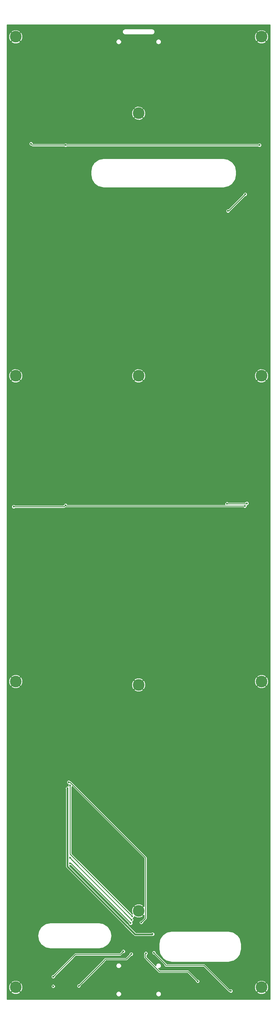
<source format=gbr>
G04 #@! TF.FileFunction,Copper,L2,Bot,Signal*
%FSLAX46Y46*%
G04 Gerber Fmt 4.6, Leading zero omitted, Abs format (unit mm)*
G04 Created by KiCad (PCBNEW 4.0.7-e2-6376~58~ubuntu16.04.1) date Thu Mar 22 00:19:50 2018*
%MOMM*%
%LPD*%
G01*
G04 APERTURE LIST*
%ADD10C,0.100000*%
%ADD11C,3.500000*%
%ADD12C,0.600000*%
%ADD13C,0.250000*%
%ADD14C,0.500000*%
%ADD15C,0.254000*%
G04 APERTURE END LIST*
D10*
D11*
X197000000Y-328000000D03*
X197000000Y-236000000D03*
X197000000Y-144000000D03*
X197000000Y-42000000D03*
X160000000Y-305000000D03*
X160000000Y-237000000D03*
X160000000Y-144000000D03*
X160000000Y-65000000D03*
X123000000Y-328000000D03*
X123000000Y-236000000D03*
X123000000Y-144000000D03*
X123000000Y-42000000D03*
D12*
X156400000Y-308400000D03*
X165800000Y-47600000D03*
X154600000Y-47600000D03*
X157200000Y-51200000D03*
X160000000Y-51400000D03*
X162800000Y-51200000D03*
X162600000Y-310800000D03*
X163000000Y-317400000D03*
X160000000Y-314800000D03*
X154868645Y-318875000D03*
X160000000Y-313000000D03*
X160000000Y-310600000D03*
X165000000Y-314800000D03*
X164800000Y-319800000D03*
X155000000Y-314600000D03*
X157000000Y-317400000D03*
X192200000Y-326200000D03*
X128400000Y-326200000D03*
X198250000Y-79250000D03*
X194250000Y-65250000D03*
X125600000Y-79400000D03*
X194600000Y-178400000D03*
X121200000Y-178600000D03*
X183500000Y-330600000D03*
X139100000Y-326500000D03*
X125400000Y-65000000D03*
X123400000Y-194400000D03*
X196600000Y-194400000D03*
X136839998Y-330750000D03*
X185700000Y-326400000D03*
X198800000Y-180800000D03*
X125600000Y-181200000D03*
X121200000Y-76400000D03*
X194050000Y-76850000D03*
X192600000Y-182400000D03*
X186600000Y-182500000D03*
X162200000Y-317800000D03*
X177800000Y-326200000D03*
X186900000Y-94400000D03*
X192100000Y-89400000D03*
X139399990Y-290700000D03*
X157600000Y-308700000D03*
X157895926Y-307704074D03*
X139385550Y-289031396D03*
X164200000Y-312000000D03*
X164600000Y-317600000D03*
X155400000Y-317200000D03*
X156300000Y-309400000D03*
X138600000Y-268100000D03*
X134300000Y-324800000D03*
X187800000Y-329100000D03*
X192000000Y-183200000D03*
X127600000Y-74200000D03*
X138000000Y-74600000D03*
X196400000Y-74600000D03*
X138000000Y-183000000D03*
X122400000Y-183400000D03*
X134300000Y-327700000D03*
X157800000Y-318000000D03*
X142000000Y-327600000D03*
X158100000Y-306600000D03*
X139399990Y-267300000D03*
X160800000Y-308500000D03*
X138949980Y-266300000D03*
D13*
X186600000Y-182500000D02*
X192500000Y-182500000D01*
X192500000Y-182500000D02*
X192600000Y-182400000D01*
X162000000Y-319000000D02*
X162000000Y-318000000D01*
X162000000Y-318000000D02*
X162200000Y-317800000D01*
X166300000Y-323300000D02*
X162000000Y-319000000D01*
X174900000Y-323300000D02*
X166300000Y-323300000D01*
X177800000Y-326200000D02*
X174900000Y-323300000D01*
X192100000Y-89400000D02*
X187100000Y-94400000D01*
X187100000Y-94400000D02*
X186900000Y-94400000D01*
X157600000Y-308700000D02*
X139600000Y-290700000D01*
X139600000Y-290700000D02*
X139399990Y-290700000D01*
X139685549Y-289485549D02*
X157895926Y-307695926D01*
X157895926Y-307695926D02*
X157895926Y-307704074D01*
X139385550Y-289031396D02*
X139685549Y-289331395D01*
X139685549Y-289331395D02*
X139685549Y-289485549D01*
D14*
X159000000Y-312100000D02*
X164100000Y-312100000D01*
X164100000Y-312100000D02*
X164200000Y-312000000D01*
D13*
X168100000Y-321400000D02*
X168100000Y-321100000D01*
X168100000Y-321100000D02*
X164600000Y-317600000D01*
X150200000Y-318100000D02*
X152800000Y-318100000D01*
X152800000Y-318100000D02*
X152900000Y-318100000D01*
X155400000Y-317200000D02*
X154500000Y-318100000D01*
X154500000Y-318100000D02*
X152800000Y-318100000D01*
D14*
X156300000Y-309400000D02*
X159000000Y-312100000D01*
X138600000Y-268100000D02*
X138600000Y-291700000D01*
X138600000Y-291700000D02*
X156300000Y-309400000D01*
D13*
X150200000Y-318100000D02*
X141000000Y-318100000D01*
X141000000Y-318100000D02*
X134300000Y-324800000D01*
X179675736Y-321400000D02*
X168100000Y-321400000D01*
X187800000Y-329100000D02*
X187375736Y-329100000D01*
X187375736Y-329100000D02*
X179675736Y-321400000D01*
X192000000Y-183200000D02*
X138200000Y-183200000D01*
X138200000Y-183200000D02*
X138000000Y-183000000D01*
X127600000Y-74200000D02*
X128000000Y-74600000D01*
X128000000Y-74600000D02*
X138000000Y-74600000D01*
X196400000Y-74600000D02*
X138000000Y-74600000D01*
X122400000Y-183400000D02*
X137600000Y-183400000D01*
X137600000Y-183400000D02*
X138000000Y-183000000D01*
X155100000Y-319500000D02*
X156300000Y-319500000D01*
X156300000Y-319500000D02*
X157800000Y-318000000D01*
X142000000Y-327600000D02*
X149700000Y-319900000D01*
X149700000Y-319900000D02*
X149700000Y-319800000D01*
X149700000Y-319800000D02*
X150000000Y-319500000D01*
X150000000Y-319500000D02*
X155100000Y-319500000D01*
X139399990Y-267300000D02*
X139399990Y-287899990D01*
X139399990Y-287899990D02*
X158100000Y-306600000D01*
X138949980Y-266300000D02*
X139374244Y-266300000D01*
X139374244Y-266300000D02*
X162075001Y-289000757D01*
X162075001Y-289000757D02*
X162075001Y-307224999D01*
X162075001Y-307224999D02*
X160800000Y-308500000D01*
D15*
G36*
X199598000Y-331598000D02*
X120402000Y-331598000D01*
X120402000Y-330163779D01*
X153172857Y-330163779D01*
X153298495Y-330467846D01*
X153530930Y-330700688D01*
X153834778Y-330826856D01*
X154163779Y-330827143D01*
X154467846Y-330701505D01*
X154700688Y-330469070D01*
X154826856Y-330165222D01*
X154826857Y-330163779D01*
X165172857Y-330163779D01*
X165298495Y-330467846D01*
X165530930Y-330700688D01*
X165834778Y-330826856D01*
X166163779Y-330827143D01*
X166467846Y-330701505D01*
X166700688Y-330469070D01*
X166826856Y-330165222D01*
X166827143Y-329836221D01*
X166701505Y-329532154D01*
X166469070Y-329299312D01*
X166165222Y-329173144D01*
X165836221Y-329172857D01*
X165532154Y-329298495D01*
X165299312Y-329530930D01*
X165173144Y-329834778D01*
X165172857Y-330163779D01*
X154826857Y-330163779D01*
X154827143Y-329836221D01*
X154701505Y-329532154D01*
X154469070Y-329299312D01*
X154165222Y-329173144D01*
X153836221Y-329172857D01*
X153532154Y-329298495D01*
X153299312Y-329530930D01*
X153173144Y-329834778D01*
X153172857Y-330163779D01*
X120402000Y-330163779D01*
X120402000Y-329455799D01*
X121576728Y-329455799D01*
X121773933Y-329726666D01*
X122528029Y-330064427D01*
X123353978Y-330087897D01*
X124126036Y-329793504D01*
X124226067Y-329726666D01*
X124423272Y-329455799D01*
X123000000Y-328032527D01*
X121576728Y-329455799D01*
X120402000Y-329455799D01*
X120402000Y-328353978D01*
X120912103Y-328353978D01*
X121206496Y-329126036D01*
X121273334Y-329226067D01*
X121544201Y-329423272D01*
X122967473Y-328000000D01*
X123032527Y-328000000D01*
X124455799Y-329423272D01*
X124726666Y-329226067D01*
X125064427Y-328471971D01*
X125082834Y-327824171D01*
X133672891Y-327824171D01*
X133768145Y-328054703D01*
X133944369Y-328231235D01*
X134174735Y-328326891D01*
X134424171Y-328327109D01*
X134654703Y-328231855D01*
X134831235Y-328055631D01*
X134926891Y-327825265D01*
X134926979Y-327724171D01*
X141372891Y-327724171D01*
X141468145Y-327954703D01*
X141644369Y-328131235D01*
X141874735Y-328226891D01*
X142124171Y-328227109D01*
X142354703Y-328131855D01*
X142531235Y-327955631D01*
X142626891Y-327725265D01*
X142626990Y-327612234D01*
X148575445Y-321663779D01*
X153172857Y-321663779D01*
X153298495Y-321967846D01*
X153530930Y-322200688D01*
X153834778Y-322326856D01*
X154163779Y-322327143D01*
X154467846Y-322201505D01*
X154700688Y-321969070D01*
X154826856Y-321665222D01*
X154827143Y-321336221D01*
X154701505Y-321032154D01*
X154469070Y-320799312D01*
X154165222Y-320673144D01*
X153836221Y-320672857D01*
X153532154Y-320798495D01*
X153299312Y-321030930D01*
X153173144Y-321334778D01*
X153172857Y-321663779D01*
X148575445Y-321663779D01*
X150019612Y-320219613D01*
X150117594Y-320072973D01*
X150130342Y-320008882D01*
X150187224Y-319952000D01*
X156300000Y-319952000D01*
X156472973Y-319917594D01*
X156619612Y-319819612D01*
X157812214Y-318627011D01*
X157924171Y-318627109D01*
X158154703Y-318531855D01*
X158331235Y-318355631D01*
X158426891Y-318125265D01*
X158427000Y-318000000D01*
X161548000Y-318000000D01*
X161548000Y-319000000D01*
X161582406Y-319172973D01*
X161680388Y-319319612D01*
X165980388Y-323619612D01*
X166127027Y-323717594D01*
X166300000Y-323752000D01*
X174712776Y-323752000D01*
X177172989Y-326212213D01*
X177172891Y-326324171D01*
X177268145Y-326554703D01*
X177444369Y-326731235D01*
X177674735Y-326826891D01*
X177924171Y-326827109D01*
X178154703Y-326731855D01*
X178331235Y-326555631D01*
X178426891Y-326325265D01*
X178427109Y-326075829D01*
X178331855Y-325845297D01*
X178155631Y-325668765D01*
X177925265Y-325573109D01*
X177812234Y-325573010D01*
X175219612Y-322980388D01*
X175072973Y-322882406D01*
X174900000Y-322848000D01*
X166487224Y-322848000D01*
X165966195Y-322326971D01*
X166163779Y-322327143D01*
X166467846Y-322201505D01*
X166700688Y-321969070D01*
X166826856Y-321665222D01*
X166827143Y-321336221D01*
X166701505Y-321032154D01*
X166469070Y-320799312D01*
X166165222Y-320673144D01*
X165836221Y-320672857D01*
X165532154Y-320798495D01*
X165299312Y-321030930D01*
X165173144Y-321334778D01*
X165172970Y-321533746D01*
X162452000Y-318812776D01*
X162452000Y-318374291D01*
X162554703Y-318331855D01*
X162731235Y-318155631D01*
X162826891Y-317925265D01*
X162827066Y-317724171D01*
X163972891Y-317724171D01*
X164068145Y-317954703D01*
X164244369Y-318131235D01*
X164474735Y-318226891D01*
X164587766Y-318226990D01*
X167648000Y-321287225D01*
X167648000Y-321400000D01*
X167682406Y-321572973D01*
X167780388Y-321719612D01*
X167927027Y-321817594D01*
X168100000Y-321852000D01*
X179488512Y-321852000D01*
X187056123Y-329419612D01*
X187110281Y-329455799D01*
X187202763Y-329517594D01*
X187362680Y-329549403D01*
X187444369Y-329631235D01*
X187674735Y-329726891D01*
X187924171Y-329727109D01*
X188154703Y-329631855D01*
X188331066Y-329455799D01*
X195576728Y-329455799D01*
X195773933Y-329726666D01*
X196528029Y-330064427D01*
X197353978Y-330087897D01*
X198126036Y-329793504D01*
X198226067Y-329726666D01*
X198423272Y-329455799D01*
X197000000Y-328032527D01*
X195576728Y-329455799D01*
X188331066Y-329455799D01*
X188331235Y-329455631D01*
X188426891Y-329225265D01*
X188427109Y-328975829D01*
X188331855Y-328745297D01*
X188155631Y-328568765D01*
X187925265Y-328473109D01*
X187675829Y-328472891D01*
X187472051Y-328557090D01*
X187268939Y-328353978D01*
X194912103Y-328353978D01*
X195206496Y-329126036D01*
X195273334Y-329226067D01*
X195544201Y-329423272D01*
X196967473Y-328000000D01*
X197032527Y-328000000D01*
X198455799Y-329423272D01*
X198726666Y-329226067D01*
X199064427Y-328471971D01*
X199087897Y-327646022D01*
X198793504Y-326873964D01*
X198726666Y-326773933D01*
X198455799Y-326576728D01*
X197032527Y-328000000D01*
X196967473Y-328000000D01*
X195544201Y-326576728D01*
X195273334Y-326773933D01*
X194935573Y-327528029D01*
X194912103Y-328353978D01*
X187268939Y-328353978D01*
X185459162Y-326544201D01*
X195576728Y-326544201D01*
X197000000Y-327967473D01*
X198423272Y-326544201D01*
X198226067Y-326273334D01*
X197471971Y-325935573D01*
X196646022Y-325912103D01*
X195873964Y-326206496D01*
X195773933Y-326273334D01*
X195576728Y-326544201D01*
X185459162Y-326544201D01*
X179995348Y-321080388D01*
X179848709Y-320982406D01*
X179675736Y-320948000D01*
X168521766Y-320948000D01*
X168517594Y-320927027D01*
X168431711Y-320798495D01*
X168419612Y-320780387D01*
X165227011Y-317587787D01*
X165227109Y-317475829D01*
X165131855Y-317245297D01*
X164955631Y-317068765D01*
X164725265Y-316973109D01*
X164475829Y-316972891D01*
X164245297Y-317068145D01*
X164068765Y-317244369D01*
X163973109Y-317474735D01*
X163972891Y-317724171D01*
X162827066Y-317724171D01*
X162827109Y-317675829D01*
X162731855Y-317445297D01*
X162555631Y-317268765D01*
X162325265Y-317173109D01*
X162075829Y-317172891D01*
X161845297Y-317268145D01*
X161668765Y-317444369D01*
X161573109Y-317674735D01*
X161572934Y-317874645D01*
X161548000Y-318000000D01*
X158427000Y-318000000D01*
X158427109Y-317875829D01*
X158331855Y-317645297D01*
X158155631Y-317468765D01*
X157925265Y-317373109D01*
X157675829Y-317372891D01*
X157445297Y-317468145D01*
X157268765Y-317644369D01*
X157173109Y-317874735D01*
X157173010Y-317987765D01*
X156112776Y-319048000D01*
X150000000Y-319048000D01*
X149827027Y-319082406D01*
X149680388Y-319180388D01*
X149380388Y-319480388D01*
X149282406Y-319627027D01*
X149269658Y-319691117D01*
X141987787Y-326972989D01*
X141875829Y-326972891D01*
X141645297Y-327068145D01*
X141468765Y-327244369D01*
X141373109Y-327474735D01*
X141372891Y-327724171D01*
X134926979Y-327724171D01*
X134927109Y-327575829D01*
X134831855Y-327345297D01*
X134655631Y-327168765D01*
X134425265Y-327073109D01*
X134175829Y-327072891D01*
X133945297Y-327168145D01*
X133768765Y-327344369D01*
X133673109Y-327574735D01*
X133672891Y-327824171D01*
X125082834Y-327824171D01*
X125087897Y-327646022D01*
X124793504Y-326873964D01*
X124726666Y-326773933D01*
X124455799Y-326576728D01*
X123032527Y-328000000D01*
X122967473Y-328000000D01*
X121544201Y-326576728D01*
X121273334Y-326773933D01*
X120935573Y-327528029D01*
X120912103Y-328353978D01*
X120402000Y-328353978D01*
X120402000Y-326544201D01*
X121576728Y-326544201D01*
X123000000Y-327967473D01*
X124423272Y-326544201D01*
X124226067Y-326273334D01*
X123471971Y-325935573D01*
X122646022Y-325912103D01*
X121873964Y-326206496D01*
X121773933Y-326273334D01*
X121576728Y-326544201D01*
X120402000Y-326544201D01*
X120402000Y-324924171D01*
X133672891Y-324924171D01*
X133768145Y-325154703D01*
X133944369Y-325331235D01*
X134174735Y-325426891D01*
X134424171Y-325427109D01*
X134654703Y-325331855D01*
X134831235Y-325155631D01*
X134926891Y-324925265D01*
X134926990Y-324812234D01*
X141187224Y-318552000D01*
X154500000Y-318552000D01*
X154672973Y-318517594D01*
X154819612Y-318419612D01*
X155412213Y-317827011D01*
X155524171Y-317827109D01*
X155754703Y-317731855D01*
X155931235Y-317555631D01*
X156026891Y-317325265D01*
X156027109Y-317075829D01*
X155931855Y-316845297D01*
X155755631Y-316668765D01*
X155525265Y-316573109D01*
X155275829Y-316572891D01*
X155045297Y-316668145D01*
X154868765Y-316844369D01*
X154773109Y-317074735D01*
X154773010Y-317187766D01*
X154312776Y-317648000D01*
X141000000Y-317648000D01*
X140827027Y-317682406D01*
X140680388Y-317780388D01*
X134287787Y-324172989D01*
X134175829Y-324172891D01*
X133945297Y-324268145D01*
X133768765Y-324444369D01*
X133673109Y-324674735D01*
X133672891Y-324924171D01*
X120402000Y-324924171D01*
X120402000Y-312420146D01*
X129605724Y-312420146D01*
X129605724Y-312576998D01*
X129872146Y-313916390D01*
X129932171Y-314061303D01*
X130690874Y-315196783D01*
X130690875Y-315196786D01*
X130746331Y-315252241D01*
X130801786Y-315307697D01*
X130801789Y-315307698D01*
X131937266Y-316066399D01*
X131937268Y-316066401D01*
X132082182Y-316126426D01*
X133421573Y-316392848D01*
X133453989Y-316392848D01*
X133500000Y-316402000D01*
X148000000Y-316402000D01*
X148038832Y-316394276D01*
X148078426Y-316394276D01*
X149417818Y-316127854D01*
X149562731Y-316067829D01*
X150698211Y-315309126D01*
X150698214Y-315309125D01*
X150753669Y-315253669D01*
X150809125Y-315198214D01*
X150809126Y-315198211D01*
X150941566Y-315000000D01*
X166098000Y-315000000D01*
X166098000Y-316500000D01*
X166105724Y-316538832D01*
X166105724Y-316578426D01*
X166372146Y-317917818D01*
X166432171Y-318062731D01*
X167190874Y-319198211D01*
X167190875Y-319198214D01*
X167246331Y-319253669D01*
X167301786Y-319309125D01*
X167301789Y-319309126D01*
X168437266Y-320067827D01*
X168437268Y-320067829D01*
X168582182Y-320127854D01*
X169921573Y-320394276D01*
X169961168Y-320394276D01*
X170000000Y-320402000D01*
X187000000Y-320402000D01*
X187038832Y-320394276D01*
X187078426Y-320394276D01*
X188417818Y-320127854D01*
X188562731Y-320067829D01*
X189698211Y-319309126D01*
X189698214Y-319309125D01*
X189753669Y-319253669D01*
X189809125Y-319198214D01*
X189809126Y-319198211D01*
X190567827Y-318062734D01*
X190567829Y-318062732D01*
X190627854Y-317917818D01*
X190894276Y-316578427D01*
X190894276Y-316538832D01*
X190902000Y-316500000D01*
X190902000Y-315000000D01*
X190894276Y-314961168D01*
X190894276Y-314921573D01*
X190627854Y-313582182D01*
X190567829Y-313437268D01*
X190567827Y-313437266D01*
X189809125Y-312301787D01*
X189809125Y-312301786D01*
X189753669Y-312246331D01*
X189698214Y-312190875D01*
X189698211Y-312190874D01*
X188562731Y-311432171D01*
X188417818Y-311372146D01*
X187078426Y-311105724D01*
X187038832Y-311105724D01*
X187000000Y-311098000D01*
X170000000Y-311098000D01*
X169961168Y-311105724D01*
X169921573Y-311105724D01*
X168582182Y-311372146D01*
X168437268Y-311432171D01*
X168437266Y-311432173D01*
X167301789Y-312190874D01*
X167301786Y-312190875D01*
X167246331Y-312246331D01*
X167190875Y-312301786D01*
X167190875Y-312301787D01*
X166432172Y-313437268D01*
X166432171Y-313437269D01*
X166372146Y-313582182D01*
X166105724Y-314921574D01*
X166105724Y-314961168D01*
X166098000Y-315000000D01*
X150941566Y-315000000D01*
X151567827Y-314062734D01*
X151567829Y-314062732D01*
X151627854Y-313917818D01*
X151894276Y-312578427D01*
X151894276Y-312421573D01*
X151627854Y-311082182D01*
X151567829Y-310937268D01*
X151567827Y-310937266D01*
X150809125Y-309801787D01*
X150809125Y-309801786D01*
X150753669Y-309746331D01*
X150698214Y-309690875D01*
X150698211Y-309690874D01*
X149562731Y-308932171D01*
X149417818Y-308872146D01*
X148078426Y-308605724D01*
X148038832Y-308605724D01*
X148000000Y-308598000D01*
X133500000Y-308598000D01*
X133468347Y-308604296D01*
X133421573Y-308604296D01*
X132082182Y-308870718D01*
X131937268Y-308930743D01*
X131937266Y-308930745D01*
X130801789Y-309689446D01*
X130801786Y-309689447D01*
X130746331Y-309744903D01*
X130690875Y-309800358D01*
X130690875Y-309800359D01*
X129932171Y-310935841D01*
X129872146Y-311080754D01*
X129605724Y-312420146D01*
X120402000Y-312420146D01*
X120402000Y-268224171D01*
X137972891Y-268224171D01*
X138023000Y-268345444D01*
X138023000Y-291699995D01*
X138022999Y-291700000D01*
X138066922Y-291920808D01*
X138191999Y-292108001D01*
X155718464Y-309634466D01*
X155768145Y-309754703D01*
X155944369Y-309931235D01*
X156065553Y-309981555D01*
X158591997Y-312507998D01*
X158591999Y-312508001D01*
X158735003Y-312603552D01*
X158779192Y-312633078D01*
X159000000Y-312677001D01*
X159000005Y-312677000D01*
X164099995Y-312677000D01*
X164100000Y-312677001D01*
X164320808Y-312633078D01*
X164338768Y-312621078D01*
X164554703Y-312531855D01*
X164731235Y-312355631D01*
X164826891Y-312125265D01*
X164827109Y-311875829D01*
X164731855Y-311645297D01*
X164555631Y-311468765D01*
X164325265Y-311373109D01*
X164075829Y-311372891D01*
X163845297Y-311468145D01*
X163790346Y-311523000D01*
X159239001Y-311523000D01*
X156881536Y-309165534D01*
X156831855Y-309045297D01*
X156655631Y-308868765D01*
X156534447Y-308818445D01*
X139177000Y-291460998D01*
X139177000Y-291286312D01*
X139274725Y-291326891D01*
X139524161Y-291327109D01*
X139569253Y-291308477D01*
X156972989Y-308712213D01*
X156972891Y-308824171D01*
X157068145Y-309054703D01*
X157244369Y-309231235D01*
X157474735Y-309326891D01*
X157724171Y-309327109D01*
X157954703Y-309231855D01*
X158131235Y-309055631D01*
X158226891Y-308825265D01*
X158227109Y-308575829D01*
X158131855Y-308345297D01*
X158089244Y-308302612D01*
X158250629Y-308235929D01*
X158427161Y-308059705D01*
X158522817Y-307829339D01*
X158523035Y-307579903D01*
X158427781Y-307349371D01*
X158281915Y-307203250D01*
X158454703Y-307131855D01*
X158631235Y-306955631D01*
X158726891Y-306725265D01*
X158726946Y-306662128D01*
X158773933Y-306726666D01*
X159528029Y-307064427D01*
X160353978Y-307087897D01*
X161126036Y-306793504D01*
X161226067Y-306726666D01*
X161423272Y-306455799D01*
X160000000Y-305032527D01*
X159985858Y-305046669D01*
X159953331Y-305014142D01*
X159967473Y-305000000D01*
X158544201Y-303576728D01*
X158273334Y-303773933D01*
X157935573Y-304528029D01*
X157912103Y-305353978D01*
X158148158Y-305973042D01*
X158112234Y-305973010D01*
X155683425Y-303544201D01*
X158576728Y-303544201D01*
X160000000Y-304967473D01*
X161423272Y-303544201D01*
X161226067Y-303273334D01*
X160471971Y-302935573D01*
X159646022Y-302912103D01*
X158873964Y-303206496D01*
X158773933Y-303273334D01*
X158576728Y-303544201D01*
X155683425Y-303544201D01*
X139851990Y-287712766D01*
X139851990Y-267734728D01*
X139931225Y-267655631D01*
X139978001Y-267542981D01*
X161623001Y-289187982D01*
X161623001Y-303698460D01*
X161455799Y-303576728D01*
X160032527Y-305000000D01*
X161455799Y-306423272D01*
X161623001Y-306301540D01*
X161623001Y-307037775D01*
X160787787Y-307872989D01*
X160675829Y-307872891D01*
X160445297Y-307968145D01*
X160268765Y-308144369D01*
X160173109Y-308374735D01*
X160172891Y-308624171D01*
X160268145Y-308854703D01*
X160444369Y-309031235D01*
X160674735Y-309126891D01*
X160924171Y-309127109D01*
X161154703Y-309031855D01*
X161331235Y-308855631D01*
X161426891Y-308625265D01*
X161426990Y-308512234D01*
X162394613Y-307544611D01*
X162492595Y-307397972D01*
X162527001Y-307224999D01*
X162527001Y-289000757D01*
X162492595Y-288827784D01*
X162415086Y-288711784D01*
X162394613Y-288681144D01*
X139693856Y-265980388D01*
X139547217Y-265882406D01*
X139387300Y-265850597D01*
X139305611Y-265768765D01*
X139075245Y-265673109D01*
X138825809Y-265672891D01*
X138595277Y-265768145D01*
X138418745Y-265944369D01*
X138323089Y-266174735D01*
X138322871Y-266424171D01*
X138418125Y-266654703D01*
X138594349Y-266831235D01*
X138824715Y-266926891D01*
X138886210Y-266926945D01*
X138868755Y-266944369D01*
X138773099Y-267174735D01*
X138772881Y-267424171D01*
X138807151Y-267507111D01*
X138725265Y-267473109D01*
X138475829Y-267472891D01*
X138245297Y-267568145D01*
X138068765Y-267744369D01*
X137973109Y-267974735D01*
X137972891Y-268224171D01*
X120402000Y-268224171D01*
X120402000Y-238455799D01*
X158576728Y-238455799D01*
X158773933Y-238726666D01*
X159528029Y-239064427D01*
X160353978Y-239087897D01*
X161126036Y-238793504D01*
X161226067Y-238726666D01*
X161423272Y-238455799D01*
X160000000Y-237032527D01*
X158576728Y-238455799D01*
X120402000Y-238455799D01*
X120402000Y-237455799D01*
X121576728Y-237455799D01*
X121773933Y-237726666D01*
X122528029Y-238064427D01*
X123353978Y-238087897D01*
X124126036Y-237793504D01*
X124226067Y-237726666D01*
X124423272Y-237455799D01*
X123000000Y-236032527D01*
X121576728Y-237455799D01*
X120402000Y-237455799D01*
X120402000Y-236353978D01*
X120912103Y-236353978D01*
X121206496Y-237126036D01*
X121273334Y-237226067D01*
X121544201Y-237423272D01*
X122967473Y-236000000D01*
X123032527Y-236000000D01*
X124455799Y-237423272D01*
X124550976Y-237353978D01*
X157912103Y-237353978D01*
X158206496Y-238126036D01*
X158273334Y-238226067D01*
X158544201Y-238423272D01*
X159967473Y-237000000D01*
X160032527Y-237000000D01*
X161455799Y-238423272D01*
X161726666Y-238226067D01*
X162064427Y-237471971D01*
X162064886Y-237455799D01*
X195576728Y-237455799D01*
X195773933Y-237726666D01*
X196528029Y-238064427D01*
X197353978Y-238087897D01*
X198126036Y-237793504D01*
X198226067Y-237726666D01*
X198423272Y-237455799D01*
X197000000Y-236032527D01*
X195576728Y-237455799D01*
X162064886Y-237455799D01*
X162087897Y-236646022D01*
X161976538Y-236353978D01*
X194912103Y-236353978D01*
X195206496Y-237126036D01*
X195273334Y-237226067D01*
X195544201Y-237423272D01*
X196967473Y-236000000D01*
X197032527Y-236000000D01*
X198455799Y-237423272D01*
X198726666Y-237226067D01*
X199064427Y-236471971D01*
X199087897Y-235646022D01*
X198793504Y-234873964D01*
X198726666Y-234773933D01*
X198455799Y-234576728D01*
X197032527Y-236000000D01*
X196967473Y-236000000D01*
X195544201Y-234576728D01*
X195273334Y-234773933D01*
X194935573Y-235528029D01*
X194912103Y-236353978D01*
X161976538Y-236353978D01*
X161793504Y-235873964D01*
X161726666Y-235773933D01*
X161455799Y-235576728D01*
X160032527Y-237000000D01*
X159967473Y-237000000D01*
X158544201Y-235576728D01*
X158273334Y-235773933D01*
X157935573Y-236528029D01*
X157912103Y-237353978D01*
X124550976Y-237353978D01*
X124726666Y-237226067D01*
X125064427Y-236471971D01*
X125087897Y-235646022D01*
X125049072Y-235544201D01*
X158576728Y-235544201D01*
X160000000Y-236967473D01*
X161423272Y-235544201D01*
X161226067Y-235273334D01*
X160471971Y-234935573D01*
X159646022Y-234912103D01*
X158873964Y-235206496D01*
X158773933Y-235273334D01*
X158576728Y-235544201D01*
X125049072Y-235544201D01*
X124793504Y-234873964D01*
X124726666Y-234773933D01*
X124455799Y-234576728D01*
X123032527Y-236000000D01*
X122967473Y-236000000D01*
X121544201Y-234576728D01*
X121273334Y-234773933D01*
X120935573Y-235528029D01*
X120912103Y-236353978D01*
X120402000Y-236353978D01*
X120402000Y-234544201D01*
X121576728Y-234544201D01*
X123000000Y-235967473D01*
X124423272Y-234544201D01*
X195576728Y-234544201D01*
X197000000Y-235967473D01*
X198423272Y-234544201D01*
X198226067Y-234273334D01*
X197471971Y-233935573D01*
X196646022Y-233912103D01*
X195873964Y-234206496D01*
X195773933Y-234273334D01*
X195576728Y-234544201D01*
X124423272Y-234544201D01*
X124226067Y-234273334D01*
X123471971Y-233935573D01*
X122646022Y-233912103D01*
X121873964Y-234206496D01*
X121773933Y-234273334D01*
X121576728Y-234544201D01*
X120402000Y-234544201D01*
X120402000Y-183524171D01*
X121772891Y-183524171D01*
X121868145Y-183754703D01*
X122044369Y-183931235D01*
X122274735Y-184026891D01*
X122524171Y-184027109D01*
X122754703Y-183931855D01*
X122834698Y-183852000D01*
X137600000Y-183852000D01*
X137772973Y-183817594D01*
X137919612Y-183719612D01*
X138012213Y-183627011D01*
X138074645Y-183627066D01*
X138200000Y-183652000D01*
X191565272Y-183652000D01*
X191644369Y-183731235D01*
X191874735Y-183826891D01*
X192124171Y-183827109D01*
X192354703Y-183731855D01*
X192531235Y-183555631D01*
X192626891Y-183325265D01*
X192627109Y-183075829D01*
X192606936Y-183027007D01*
X192724171Y-183027109D01*
X192954703Y-182931855D01*
X193131235Y-182755631D01*
X193226891Y-182525265D01*
X193227109Y-182275829D01*
X193131855Y-182045297D01*
X192955631Y-181868765D01*
X192725265Y-181773109D01*
X192475829Y-181772891D01*
X192245297Y-181868145D01*
X192068765Y-182044369D01*
X192067257Y-182048000D01*
X187034728Y-182048000D01*
X186955631Y-181968765D01*
X186725265Y-181873109D01*
X186475829Y-181872891D01*
X186245297Y-181968145D01*
X186068765Y-182144369D01*
X185973109Y-182374735D01*
X185972891Y-182624171D01*
X186024056Y-182748000D01*
X138574291Y-182748000D01*
X138531855Y-182645297D01*
X138355631Y-182468765D01*
X138125265Y-182373109D01*
X137875829Y-182372891D01*
X137645297Y-182468145D01*
X137468765Y-182644369D01*
X137373109Y-182874735D01*
X137373045Y-182948000D01*
X122834728Y-182948000D01*
X122755631Y-182868765D01*
X122525265Y-182773109D01*
X122275829Y-182772891D01*
X122045297Y-182868145D01*
X121868765Y-183044369D01*
X121773109Y-183274735D01*
X121772891Y-183524171D01*
X120402000Y-183524171D01*
X120402000Y-145455799D01*
X121576728Y-145455799D01*
X121773933Y-145726666D01*
X122528029Y-146064427D01*
X123353978Y-146087897D01*
X124126036Y-145793504D01*
X124226067Y-145726666D01*
X124423272Y-145455799D01*
X158576728Y-145455799D01*
X158773933Y-145726666D01*
X159528029Y-146064427D01*
X160353978Y-146087897D01*
X161126036Y-145793504D01*
X161226067Y-145726666D01*
X161423272Y-145455799D01*
X195576728Y-145455799D01*
X195773933Y-145726666D01*
X196528029Y-146064427D01*
X197353978Y-146087897D01*
X198126036Y-145793504D01*
X198226067Y-145726666D01*
X198423272Y-145455799D01*
X197000000Y-144032527D01*
X195576728Y-145455799D01*
X161423272Y-145455799D01*
X160000000Y-144032527D01*
X158576728Y-145455799D01*
X124423272Y-145455799D01*
X123000000Y-144032527D01*
X121576728Y-145455799D01*
X120402000Y-145455799D01*
X120402000Y-144353978D01*
X120912103Y-144353978D01*
X121206496Y-145126036D01*
X121273334Y-145226067D01*
X121544201Y-145423272D01*
X122967473Y-144000000D01*
X123032527Y-144000000D01*
X124455799Y-145423272D01*
X124726666Y-145226067D01*
X125064427Y-144471971D01*
X125067779Y-144353978D01*
X157912103Y-144353978D01*
X158206496Y-145126036D01*
X158273334Y-145226067D01*
X158544201Y-145423272D01*
X159967473Y-144000000D01*
X160032527Y-144000000D01*
X161455799Y-145423272D01*
X161726666Y-145226067D01*
X162064427Y-144471971D01*
X162067779Y-144353978D01*
X194912103Y-144353978D01*
X195206496Y-145126036D01*
X195273334Y-145226067D01*
X195544201Y-145423272D01*
X196967473Y-144000000D01*
X197032527Y-144000000D01*
X198455799Y-145423272D01*
X198726666Y-145226067D01*
X199064427Y-144471971D01*
X199087897Y-143646022D01*
X198793504Y-142873964D01*
X198726666Y-142773933D01*
X198455799Y-142576728D01*
X197032527Y-144000000D01*
X196967473Y-144000000D01*
X195544201Y-142576728D01*
X195273334Y-142773933D01*
X194935573Y-143528029D01*
X194912103Y-144353978D01*
X162067779Y-144353978D01*
X162087897Y-143646022D01*
X161793504Y-142873964D01*
X161726666Y-142773933D01*
X161455799Y-142576728D01*
X160032527Y-144000000D01*
X159967473Y-144000000D01*
X158544201Y-142576728D01*
X158273334Y-142773933D01*
X157935573Y-143528029D01*
X157912103Y-144353978D01*
X125067779Y-144353978D01*
X125087897Y-143646022D01*
X124793504Y-142873964D01*
X124726666Y-142773933D01*
X124455799Y-142576728D01*
X123032527Y-144000000D01*
X122967473Y-144000000D01*
X121544201Y-142576728D01*
X121273334Y-142773933D01*
X120935573Y-143528029D01*
X120912103Y-144353978D01*
X120402000Y-144353978D01*
X120402000Y-142544201D01*
X121576728Y-142544201D01*
X123000000Y-143967473D01*
X124423272Y-142544201D01*
X158576728Y-142544201D01*
X160000000Y-143967473D01*
X161423272Y-142544201D01*
X195576728Y-142544201D01*
X197000000Y-143967473D01*
X198423272Y-142544201D01*
X198226067Y-142273334D01*
X197471971Y-141935573D01*
X196646022Y-141912103D01*
X195873964Y-142206496D01*
X195773933Y-142273334D01*
X195576728Y-142544201D01*
X161423272Y-142544201D01*
X161226067Y-142273334D01*
X160471971Y-141935573D01*
X159646022Y-141912103D01*
X158873964Y-142206496D01*
X158773933Y-142273334D01*
X158576728Y-142544201D01*
X124423272Y-142544201D01*
X124226067Y-142273334D01*
X123471971Y-141935573D01*
X122646022Y-141912103D01*
X121873964Y-142206496D01*
X121773933Y-142273334D01*
X121576728Y-142544201D01*
X120402000Y-142544201D01*
X120402000Y-94524171D01*
X186272891Y-94524171D01*
X186368145Y-94754703D01*
X186544369Y-94931235D01*
X186774735Y-95026891D01*
X187024171Y-95027109D01*
X187254703Y-94931855D01*
X187431235Y-94755631D01*
X187465065Y-94674159D01*
X192112213Y-90027011D01*
X192224171Y-90027109D01*
X192454703Y-89931855D01*
X192631235Y-89755631D01*
X192726891Y-89525265D01*
X192727109Y-89275829D01*
X192631855Y-89045297D01*
X192455631Y-88868765D01*
X192225265Y-88773109D01*
X191975829Y-88772891D01*
X191745297Y-88868145D01*
X191568765Y-89044369D01*
X191473109Y-89274735D01*
X191473010Y-89387766D01*
X187069358Y-93791418D01*
X187025265Y-93773109D01*
X186775829Y-93772891D01*
X186545297Y-93868145D01*
X186368765Y-94044369D01*
X186273109Y-94274735D01*
X186272891Y-94524171D01*
X120402000Y-94524171D01*
X120402000Y-82500000D01*
X145598000Y-82500000D01*
X145598000Y-83500000D01*
X145605724Y-83538832D01*
X145605724Y-83578426D01*
X145872146Y-84917818D01*
X145932171Y-85062731D01*
X146690874Y-86198211D01*
X146690875Y-86198214D01*
X146746331Y-86253669D01*
X146801786Y-86309125D01*
X146801789Y-86309126D01*
X147937266Y-87067827D01*
X147937268Y-87067829D01*
X148082182Y-87127854D01*
X149421573Y-87394276D01*
X149461168Y-87394276D01*
X149500000Y-87402000D01*
X185500000Y-87402000D01*
X185538832Y-87394276D01*
X185578426Y-87394276D01*
X186917818Y-87127854D01*
X187062731Y-87067829D01*
X188198211Y-86309126D01*
X188198214Y-86309125D01*
X188253669Y-86253669D01*
X188309125Y-86198214D01*
X188309126Y-86198211D01*
X189067827Y-85062734D01*
X189067829Y-85062732D01*
X189127854Y-84917818D01*
X189394276Y-83578427D01*
X189394276Y-83538832D01*
X189402000Y-83500000D01*
X189402000Y-82500000D01*
X189394276Y-82461168D01*
X189394276Y-82421573D01*
X189127854Y-81082182D01*
X189067829Y-80937268D01*
X189067827Y-80937266D01*
X188309125Y-79801787D01*
X188309125Y-79801786D01*
X188253669Y-79746331D01*
X188198214Y-79690875D01*
X188198211Y-79690874D01*
X187062731Y-78932171D01*
X186917818Y-78872146D01*
X185578426Y-78605724D01*
X185538832Y-78605724D01*
X185500000Y-78598000D01*
X149500000Y-78598000D01*
X149461168Y-78605724D01*
X149421573Y-78605724D01*
X148082182Y-78872146D01*
X147937268Y-78932171D01*
X147937266Y-78932173D01*
X146801789Y-79690874D01*
X146801786Y-79690875D01*
X146746331Y-79746331D01*
X146690875Y-79801786D01*
X146690875Y-79801787D01*
X145932172Y-80937268D01*
X145932171Y-80937269D01*
X145872146Y-81082182D01*
X145605724Y-82421574D01*
X145605724Y-82461168D01*
X145598000Y-82500000D01*
X120402000Y-82500000D01*
X120402000Y-74324171D01*
X126972891Y-74324171D01*
X127068145Y-74554703D01*
X127244369Y-74731235D01*
X127474735Y-74826891D01*
X127587765Y-74826990D01*
X127680387Y-74919612D01*
X127827027Y-75017594D01*
X128000000Y-75052000D01*
X137565272Y-75052000D01*
X137644369Y-75131235D01*
X137874735Y-75226891D01*
X138124171Y-75227109D01*
X138354703Y-75131855D01*
X138434698Y-75052000D01*
X195965272Y-75052000D01*
X196044369Y-75131235D01*
X196274735Y-75226891D01*
X196524171Y-75227109D01*
X196754703Y-75131855D01*
X196931235Y-74955631D01*
X197026891Y-74725265D01*
X197027109Y-74475829D01*
X196931855Y-74245297D01*
X196755631Y-74068765D01*
X196525265Y-73973109D01*
X196275829Y-73972891D01*
X196045297Y-74068145D01*
X195965302Y-74148000D01*
X138434728Y-74148000D01*
X138355631Y-74068765D01*
X138125265Y-73973109D01*
X137875829Y-73972891D01*
X137645297Y-74068145D01*
X137565302Y-74148000D01*
X128227046Y-74148000D01*
X128227109Y-74075829D01*
X128131855Y-73845297D01*
X127955631Y-73668765D01*
X127725265Y-73573109D01*
X127475829Y-73572891D01*
X127245297Y-73668145D01*
X127068765Y-73844369D01*
X126973109Y-74074735D01*
X126972891Y-74324171D01*
X120402000Y-74324171D01*
X120402000Y-66455799D01*
X158576728Y-66455799D01*
X158773933Y-66726666D01*
X159528029Y-67064427D01*
X160353978Y-67087897D01*
X161126036Y-66793504D01*
X161226067Y-66726666D01*
X161423272Y-66455799D01*
X160000000Y-65032527D01*
X158576728Y-66455799D01*
X120402000Y-66455799D01*
X120402000Y-65353978D01*
X157912103Y-65353978D01*
X158206496Y-66126036D01*
X158273334Y-66226067D01*
X158544201Y-66423272D01*
X159967473Y-65000000D01*
X160032527Y-65000000D01*
X161455799Y-66423272D01*
X161726666Y-66226067D01*
X162064427Y-65471971D01*
X162087897Y-64646022D01*
X161793504Y-63873964D01*
X161726666Y-63773933D01*
X161455799Y-63576728D01*
X160032527Y-65000000D01*
X159967473Y-65000000D01*
X158544201Y-63576728D01*
X158273334Y-63773933D01*
X157935573Y-64528029D01*
X157912103Y-65353978D01*
X120402000Y-65353978D01*
X120402000Y-63544201D01*
X158576728Y-63544201D01*
X160000000Y-64967473D01*
X161423272Y-63544201D01*
X161226067Y-63273334D01*
X160471971Y-62935573D01*
X159646022Y-62912103D01*
X158873964Y-63206496D01*
X158773933Y-63273334D01*
X158576728Y-63544201D01*
X120402000Y-63544201D01*
X120402000Y-43455799D01*
X121576728Y-43455799D01*
X121773933Y-43726666D01*
X122528029Y-44064427D01*
X123353978Y-44087897D01*
X124126036Y-43793504D01*
X124226067Y-43726666D01*
X124271851Y-43663779D01*
X153172857Y-43663779D01*
X153298495Y-43967846D01*
X153530930Y-44200688D01*
X153834778Y-44326856D01*
X154163779Y-44327143D01*
X154467846Y-44201505D01*
X154700688Y-43969070D01*
X154826856Y-43665222D01*
X154826857Y-43663779D01*
X165172857Y-43663779D01*
X165298495Y-43967846D01*
X165530930Y-44200688D01*
X165834778Y-44326856D01*
X166163779Y-44327143D01*
X166467846Y-44201505D01*
X166700688Y-43969070D01*
X166826856Y-43665222D01*
X166827038Y-43455799D01*
X195576728Y-43455799D01*
X195773933Y-43726666D01*
X196528029Y-44064427D01*
X197353978Y-44087897D01*
X198126036Y-43793504D01*
X198226067Y-43726666D01*
X198423272Y-43455799D01*
X197000000Y-42032527D01*
X195576728Y-43455799D01*
X166827038Y-43455799D01*
X166827143Y-43336221D01*
X166701505Y-43032154D01*
X166469070Y-42799312D01*
X166165222Y-42673144D01*
X165836221Y-42672857D01*
X165532154Y-42798495D01*
X165299312Y-43030930D01*
X165173144Y-43334778D01*
X165172857Y-43663779D01*
X154826857Y-43663779D01*
X154827143Y-43336221D01*
X154701505Y-43032154D01*
X154469070Y-42799312D01*
X154165222Y-42673144D01*
X153836221Y-42672857D01*
X153532154Y-42798495D01*
X153299312Y-43030930D01*
X153173144Y-43334778D01*
X153172857Y-43663779D01*
X124271851Y-43663779D01*
X124423272Y-43455799D01*
X123000000Y-42032527D01*
X121576728Y-43455799D01*
X120402000Y-43455799D01*
X120402000Y-42353978D01*
X120912103Y-42353978D01*
X121206496Y-43126036D01*
X121273334Y-43226067D01*
X121544201Y-43423272D01*
X122967473Y-42000000D01*
X123032527Y-42000000D01*
X124455799Y-43423272D01*
X124726666Y-43226067D01*
X125064427Y-42471971D01*
X125067779Y-42353978D01*
X194912103Y-42353978D01*
X195206496Y-43126036D01*
X195273334Y-43226067D01*
X195544201Y-43423272D01*
X196967473Y-42000000D01*
X197032527Y-42000000D01*
X198455799Y-43423272D01*
X198726666Y-43226067D01*
X199064427Y-42471971D01*
X199087897Y-41646022D01*
X198793504Y-40873964D01*
X198726666Y-40773933D01*
X198455799Y-40576728D01*
X197032527Y-42000000D01*
X196967473Y-42000000D01*
X195544201Y-40576728D01*
X195273334Y-40773933D01*
X194935573Y-41528029D01*
X194912103Y-42353978D01*
X125067779Y-42353978D01*
X125087897Y-41646022D01*
X124793504Y-40873964D01*
X124726666Y-40773933D01*
X124455799Y-40576728D01*
X123032527Y-42000000D01*
X122967473Y-42000000D01*
X121544201Y-40576728D01*
X121273334Y-40773933D01*
X120935573Y-41528029D01*
X120912103Y-42353978D01*
X120402000Y-42353978D01*
X120402000Y-40544201D01*
X121576728Y-40544201D01*
X123000000Y-41967473D01*
X124423272Y-40544201D01*
X124333992Y-40421572D01*
X155105724Y-40421572D01*
X155105724Y-40578426D01*
X155143784Y-40769768D01*
X155143784Y-40769770D01*
X155170494Y-40834252D01*
X155203809Y-40914682D01*
X155203810Y-40914683D01*
X155312197Y-41076894D01*
X155367652Y-41132348D01*
X155423106Y-41187803D01*
X155585317Y-41296190D01*
X155585319Y-41296191D01*
X155610180Y-41306489D01*
X155730230Y-41356216D01*
X155730232Y-41356216D01*
X155921575Y-41394276D01*
X155961168Y-41394276D01*
X156000000Y-41402000D01*
X164000000Y-41402000D01*
X164038832Y-41394276D01*
X164078426Y-41394276D01*
X164269768Y-41356216D01*
X164269770Y-41356216D01*
X164354658Y-41321054D01*
X164414682Y-41296191D01*
X164414683Y-41296190D01*
X164576894Y-41187803D01*
X164632348Y-41132348D01*
X164687803Y-41076894D01*
X164796190Y-40914683D01*
X164856216Y-40769770D01*
X164856216Y-40769768D01*
X164894276Y-40578425D01*
X164894276Y-40544201D01*
X195576728Y-40544201D01*
X197000000Y-41967473D01*
X198423272Y-40544201D01*
X198226067Y-40273334D01*
X197471971Y-39935573D01*
X196646022Y-39912103D01*
X195873964Y-40206496D01*
X195773933Y-40273334D01*
X195576728Y-40544201D01*
X164894276Y-40544201D01*
X164894276Y-40421573D01*
X164894275Y-40421571D01*
X164856216Y-40230232D01*
X164856216Y-40230230D01*
X164796190Y-40085317D01*
X164687803Y-39923106D01*
X164632348Y-39867652D01*
X164576894Y-39812197D01*
X164414683Y-39703810D01*
X164414682Y-39703809D01*
X164322797Y-39665749D01*
X164269770Y-39643784D01*
X164269768Y-39643784D01*
X164078426Y-39605724D01*
X164038832Y-39605724D01*
X164000000Y-39598000D01*
X156000000Y-39598000D01*
X155961168Y-39605724D01*
X155921575Y-39605724D01*
X155730232Y-39643784D01*
X155730230Y-39643784D01*
X155610180Y-39693511D01*
X155585322Y-39703808D01*
X155585317Y-39703810D01*
X155423106Y-39812197D01*
X155367652Y-39867652D01*
X155312197Y-39923106D01*
X155203810Y-40085317D01*
X155203809Y-40085318D01*
X155190899Y-40116486D01*
X155143784Y-40230230D01*
X155143784Y-40230232D01*
X155105724Y-40421572D01*
X124333992Y-40421572D01*
X124226067Y-40273334D01*
X123471971Y-39935573D01*
X122646022Y-39912103D01*
X121873964Y-40206496D01*
X121773933Y-40273334D01*
X121576728Y-40544201D01*
X120402000Y-40544201D01*
X120402000Y-38402000D01*
X199598000Y-38402000D01*
X199598000Y-331598000D01*
X199598000Y-331598000D01*
G37*
X199598000Y-331598000D02*
X120402000Y-331598000D01*
X120402000Y-330163779D01*
X153172857Y-330163779D01*
X153298495Y-330467846D01*
X153530930Y-330700688D01*
X153834778Y-330826856D01*
X154163779Y-330827143D01*
X154467846Y-330701505D01*
X154700688Y-330469070D01*
X154826856Y-330165222D01*
X154826857Y-330163779D01*
X165172857Y-330163779D01*
X165298495Y-330467846D01*
X165530930Y-330700688D01*
X165834778Y-330826856D01*
X166163779Y-330827143D01*
X166467846Y-330701505D01*
X166700688Y-330469070D01*
X166826856Y-330165222D01*
X166827143Y-329836221D01*
X166701505Y-329532154D01*
X166469070Y-329299312D01*
X166165222Y-329173144D01*
X165836221Y-329172857D01*
X165532154Y-329298495D01*
X165299312Y-329530930D01*
X165173144Y-329834778D01*
X165172857Y-330163779D01*
X154826857Y-330163779D01*
X154827143Y-329836221D01*
X154701505Y-329532154D01*
X154469070Y-329299312D01*
X154165222Y-329173144D01*
X153836221Y-329172857D01*
X153532154Y-329298495D01*
X153299312Y-329530930D01*
X153173144Y-329834778D01*
X153172857Y-330163779D01*
X120402000Y-330163779D01*
X120402000Y-329455799D01*
X121576728Y-329455799D01*
X121773933Y-329726666D01*
X122528029Y-330064427D01*
X123353978Y-330087897D01*
X124126036Y-329793504D01*
X124226067Y-329726666D01*
X124423272Y-329455799D01*
X123000000Y-328032527D01*
X121576728Y-329455799D01*
X120402000Y-329455799D01*
X120402000Y-328353978D01*
X120912103Y-328353978D01*
X121206496Y-329126036D01*
X121273334Y-329226067D01*
X121544201Y-329423272D01*
X122967473Y-328000000D01*
X123032527Y-328000000D01*
X124455799Y-329423272D01*
X124726666Y-329226067D01*
X125064427Y-328471971D01*
X125082834Y-327824171D01*
X133672891Y-327824171D01*
X133768145Y-328054703D01*
X133944369Y-328231235D01*
X134174735Y-328326891D01*
X134424171Y-328327109D01*
X134654703Y-328231855D01*
X134831235Y-328055631D01*
X134926891Y-327825265D01*
X134926979Y-327724171D01*
X141372891Y-327724171D01*
X141468145Y-327954703D01*
X141644369Y-328131235D01*
X141874735Y-328226891D01*
X142124171Y-328227109D01*
X142354703Y-328131855D01*
X142531235Y-327955631D01*
X142626891Y-327725265D01*
X142626990Y-327612234D01*
X148575445Y-321663779D01*
X153172857Y-321663779D01*
X153298495Y-321967846D01*
X153530930Y-322200688D01*
X153834778Y-322326856D01*
X154163779Y-322327143D01*
X154467846Y-322201505D01*
X154700688Y-321969070D01*
X154826856Y-321665222D01*
X154827143Y-321336221D01*
X154701505Y-321032154D01*
X154469070Y-320799312D01*
X154165222Y-320673144D01*
X153836221Y-320672857D01*
X153532154Y-320798495D01*
X153299312Y-321030930D01*
X153173144Y-321334778D01*
X153172857Y-321663779D01*
X148575445Y-321663779D01*
X150019612Y-320219613D01*
X150117594Y-320072973D01*
X150130342Y-320008882D01*
X150187224Y-319952000D01*
X156300000Y-319952000D01*
X156472973Y-319917594D01*
X156619612Y-319819612D01*
X157812214Y-318627011D01*
X157924171Y-318627109D01*
X158154703Y-318531855D01*
X158331235Y-318355631D01*
X158426891Y-318125265D01*
X158427000Y-318000000D01*
X161548000Y-318000000D01*
X161548000Y-319000000D01*
X161582406Y-319172973D01*
X161680388Y-319319612D01*
X165980388Y-323619612D01*
X166127027Y-323717594D01*
X166300000Y-323752000D01*
X174712776Y-323752000D01*
X177172989Y-326212213D01*
X177172891Y-326324171D01*
X177268145Y-326554703D01*
X177444369Y-326731235D01*
X177674735Y-326826891D01*
X177924171Y-326827109D01*
X178154703Y-326731855D01*
X178331235Y-326555631D01*
X178426891Y-326325265D01*
X178427109Y-326075829D01*
X178331855Y-325845297D01*
X178155631Y-325668765D01*
X177925265Y-325573109D01*
X177812234Y-325573010D01*
X175219612Y-322980388D01*
X175072973Y-322882406D01*
X174900000Y-322848000D01*
X166487224Y-322848000D01*
X165966195Y-322326971D01*
X166163779Y-322327143D01*
X166467846Y-322201505D01*
X166700688Y-321969070D01*
X166826856Y-321665222D01*
X166827143Y-321336221D01*
X166701505Y-321032154D01*
X166469070Y-320799312D01*
X166165222Y-320673144D01*
X165836221Y-320672857D01*
X165532154Y-320798495D01*
X165299312Y-321030930D01*
X165173144Y-321334778D01*
X165172970Y-321533746D01*
X162452000Y-318812776D01*
X162452000Y-318374291D01*
X162554703Y-318331855D01*
X162731235Y-318155631D01*
X162826891Y-317925265D01*
X162827066Y-317724171D01*
X163972891Y-317724171D01*
X164068145Y-317954703D01*
X164244369Y-318131235D01*
X164474735Y-318226891D01*
X164587766Y-318226990D01*
X167648000Y-321287225D01*
X167648000Y-321400000D01*
X167682406Y-321572973D01*
X167780388Y-321719612D01*
X167927027Y-321817594D01*
X168100000Y-321852000D01*
X179488512Y-321852000D01*
X187056123Y-329419612D01*
X187110281Y-329455799D01*
X187202763Y-329517594D01*
X187362680Y-329549403D01*
X187444369Y-329631235D01*
X187674735Y-329726891D01*
X187924171Y-329727109D01*
X188154703Y-329631855D01*
X188331066Y-329455799D01*
X195576728Y-329455799D01*
X195773933Y-329726666D01*
X196528029Y-330064427D01*
X197353978Y-330087897D01*
X198126036Y-329793504D01*
X198226067Y-329726666D01*
X198423272Y-329455799D01*
X197000000Y-328032527D01*
X195576728Y-329455799D01*
X188331066Y-329455799D01*
X188331235Y-329455631D01*
X188426891Y-329225265D01*
X188427109Y-328975829D01*
X188331855Y-328745297D01*
X188155631Y-328568765D01*
X187925265Y-328473109D01*
X187675829Y-328472891D01*
X187472051Y-328557090D01*
X187268939Y-328353978D01*
X194912103Y-328353978D01*
X195206496Y-329126036D01*
X195273334Y-329226067D01*
X195544201Y-329423272D01*
X196967473Y-328000000D01*
X197032527Y-328000000D01*
X198455799Y-329423272D01*
X198726666Y-329226067D01*
X199064427Y-328471971D01*
X199087897Y-327646022D01*
X198793504Y-326873964D01*
X198726666Y-326773933D01*
X198455799Y-326576728D01*
X197032527Y-328000000D01*
X196967473Y-328000000D01*
X195544201Y-326576728D01*
X195273334Y-326773933D01*
X194935573Y-327528029D01*
X194912103Y-328353978D01*
X187268939Y-328353978D01*
X185459162Y-326544201D01*
X195576728Y-326544201D01*
X197000000Y-327967473D01*
X198423272Y-326544201D01*
X198226067Y-326273334D01*
X197471971Y-325935573D01*
X196646022Y-325912103D01*
X195873964Y-326206496D01*
X195773933Y-326273334D01*
X195576728Y-326544201D01*
X185459162Y-326544201D01*
X179995348Y-321080388D01*
X179848709Y-320982406D01*
X179675736Y-320948000D01*
X168521766Y-320948000D01*
X168517594Y-320927027D01*
X168431711Y-320798495D01*
X168419612Y-320780387D01*
X165227011Y-317587787D01*
X165227109Y-317475829D01*
X165131855Y-317245297D01*
X164955631Y-317068765D01*
X164725265Y-316973109D01*
X164475829Y-316972891D01*
X164245297Y-317068145D01*
X164068765Y-317244369D01*
X163973109Y-317474735D01*
X163972891Y-317724171D01*
X162827066Y-317724171D01*
X162827109Y-317675829D01*
X162731855Y-317445297D01*
X162555631Y-317268765D01*
X162325265Y-317173109D01*
X162075829Y-317172891D01*
X161845297Y-317268145D01*
X161668765Y-317444369D01*
X161573109Y-317674735D01*
X161572934Y-317874645D01*
X161548000Y-318000000D01*
X158427000Y-318000000D01*
X158427109Y-317875829D01*
X158331855Y-317645297D01*
X158155631Y-317468765D01*
X157925265Y-317373109D01*
X157675829Y-317372891D01*
X157445297Y-317468145D01*
X157268765Y-317644369D01*
X157173109Y-317874735D01*
X157173010Y-317987765D01*
X156112776Y-319048000D01*
X150000000Y-319048000D01*
X149827027Y-319082406D01*
X149680388Y-319180388D01*
X149380388Y-319480388D01*
X149282406Y-319627027D01*
X149269658Y-319691117D01*
X141987787Y-326972989D01*
X141875829Y-326972891D01*
X141645297Y-327068145D01*
X141468765Y-327244369D01*
X141373109Y-327474735D01*
X141372891Y-327724171D01*
X134926979Y-327724171D01*
X134927109Y-327575829D01*
X134831855Y-327345297D01*
X134655631Y-327168765D01*
X134425265Y-327073109D01*
X134175829Y-327072891D01*
X133945297Y-327168145D01*
X133768765Y-327344369D01*
X133673109Y-327574735D01*
X133672891Y-327824171D01*
X125082834Y-327824171D01*
X125087897Y-327646022D01*
X124793504Y-326873964D01*
X124726666Y-326773933D01*
X124455799Y-326576728D01*
X123032527Y-328000000D01*
X122967473Y-328000000D01*
X121544201Y-326576728D01*
X121273334Y-326773933D01*
X120935573Y-327528029D01*
X120912103Y-328353978D01*
X120402000Y-328353978D01*
X120402000Y-326544201D01*
X121576728Y-326544201D01*
X123000000Y-327967473D01*
X124423272Y-326544201D01*
X124226067Y-326273334D01*
X123471971Y-325935573D01*
X122646022Y-325912103D01*
X121873964Y-326206496D01*
X121773933Y-326273334D01*
X121576728Y-326544201D01*
X120402000Y-326544201D01*
X120402000Y-324924171D01*
X133672891Y-324924171D01*
X133768145Y-325154703D01*
X133944369Y-325331235D01*
X134174735Y-325426891D01*
X134424171Y-325427109D01*
X134654703Y-325331855D01*
X134831235Y-325155631D01*
X134926891Y-324925265D01*
X134926990Y-324812234D01*
X141187224Y-318552000D01*
X154500000Y-318552000D01*
X154672973Y-318517594D01*
X154819612Y-318419612D01*
X155412213Y-317827011D01*
X155524171Y-317827109D01*
X155754703Y-317731855D01*
X155931235Y-317555631D01*
X156026891Y-317325265D01*
X156027109Y-317075829D01*
X155931855Y-316845297D01*
X155755631Y-316668765D01*
X155525265Y-316573109D01*
X155275829Y-316572891D01*
X155045297Y-316668145D01*
X154868765Y-316844369D01*
X154773109Y-317074735D01*
X154773010Y-317187766D01*
X154312776Y-317648000D01*
X141000000Y-317648000D01*
X140827027Y-317682406D01*
X140680388Y-317780388D01*
X134287787Y-324172989D01*
X134175829Y-324172891D01*
X133945297Y-324268145D01*
X133768765Y-324444369D01*
X133673109Y-324674735D01*
X133672891Y-324924171D01*
X120402000Y-324924171D01*
X120402000Y-312420146D01*
X129605724Y-312420146D01*
X129605724Y-312576998D01*
X129872146Y-313916390D01*
X129932171Y-314061303D01*
X130690874Y-315196783D01*
X130690875Y-315196786D01*
X130746331Y-315252241D01*
X130801786Y-315307697D01*
X130801789Y-315307698D01*
X131937266Y-316066399D01*
X131937268Y-316066401D01*
X132082182Y-316126426D01*
X133421573Y-316392848D01*
X133453989Y-316392848D01*
X133500000Y-316402000D01*
X148000000Y-316402000D01*
X148038832Y-316394276D01*
X148078426Y-316394276D01*
X149417818Y-316127854D01*
X149562731Y-316067829D01*
X150698211Y-315309126D01*
X150698214Y-315309125D01*
X150753669Y-315253669D01*
X150809125Y-315198214D01*
X150809126Y-315198211D01*
X150941566Y-315000000D01*
X166098000Y-315000000D01*
X166098000Y-316500000D01*
X166105724Y-316538832D01*
X166105724Y-316578426D01*
X166372146Y-317917818D01*
X166432171Y-318062731D01*
X167190874Y-319198211D01*
X167190875Y-319198214D01*
X167246331Y-319253669D01*
X167301786Y-319309125D01*
X167301789Y-319309126D01*
X168437266Y-320067827D01*
X168437268Y-320067829D01*
X168582182Y-320127854D01*
X169921573Y-320394276D01*
X169961168Y-320394276D01*
X170000000Y-320402000D01*
X187000000Y-320402000D01*
X187038832Y-320394276D01*
X187078426Y-320394276D01*
X188417818Y-320127854D01*
X188562731Y-320067829D01*
X189698211Y-319309126D01*
X189698214Y-319309125D01*
X189753669Y-319253669D01*
X189809125Y-319198214D01*
X189809126Y-319198211D01*
X190567827Y-318062734D01*
X190567829Y-318062732D01*
X190627854Y-317917818D01*
X190894276Y-316578427D01*
X190894276Y-316538832D01*
X190902000Y-316500000D01*
X190902000Y-315000000D01*
X190894276Y-314961168D01*
X190894276Y-314921573D01*
X190627854Y-313582182D01*
X190567829Y-313437268D01*
X190567827Y-313437266D01*
X189809125Y-312301787D01*
X189809125Y-312301786D01*
X189753669Y-312246331D01*
X189698214Y-312190875D01*
X189698211Y-312190874D01*
X188562731Y-311432171D01*
X188417818Y-311372146D01*
X187078426Y-311105724D01*
X187038832Y-311105724D01*
X187000000Y-311098000D01*
X170000000Y-311098000D01*
X169961168Y-311105724D01*
X169921573Y-311105724D01*
X168582182Y-311372146D01*
X168437268Y-311432171D01*
X168437266Y-311432173D01*
X167301789Y-312190874D01*
X167301786Y-312190875D01*
X167246331Y-312246331D01*
X167190875Y-312301786D01*
X167190875Y-312301787D01*
X166432172Y-313437268D01*
X166432171Y-313437269D01*
X166372146Y-313582182D01*
X166105724Y-314921574D01*
X166105724Y-314961168D01*
X166098000Y-315000000D01*
X150941566Y-315000000D01*
X151567827Y-314062734D01*
X151567829Y-314062732D01*
X151627854Y-313917818D01*
X151894276Y-312578427D01*
X151894276Y-312421573D01*
X151627854Y-311082182D01*
X151567829Y-310937268D01*
X151567827Y-310937266D01*
X150809125Y-309801787D01*
X150809125Y-309801786D01*
X150753669Y-309746331D01*
X150698214Y-309690875D01*
X150698211Y-309690874D01*
X149562731Y-308932171D01*
X149417818Y-308872146D01*
X148078426Y-308605724D01*
X148038832Y-308605724D01*
X148000000Y-308598000D01*
X133500000Y-308598000D01*
X133468347Y-308604296D01*
X133421573Y-308604296D01*
X132082182Y-308870718D01*
X131937268Y-308930743D01*
X131937266Y-308930745D01*
X130801789Y-309689446D01*
X130801786Y-309689447D01*
X130746331Y-309744903D01*
X130690875Y-309800358D01*
X130690875Y-309800359D01*
X129932171Y-310935841D01*
X129872146Y-311080754D01*
X129605724Y-312420146D01*
X120402000Y-312420146D01*
X120402000Y-268224171D01*
X137972891Y-268224171D01*
X138023000Y-268345444D01*
X138023000Y-291699995D01*
X138022999Y-291700000D01*
X138066922Y-291920808D01*
X138191999Y-292108001D01*
X155718464Y-309634466D01*
X155768145Y-309754703D01*
X155944369Y-309931235D01*
X156065553Y-309981555D01*
X158591997Y-312507998D01*
X158591999Y-312508001D01*
X158735003Y-312603552D01*
X158779192Y-312633078D01*
X159000000Y-312677001D01*
X159000005Y-312677000D01*
X164099995Y-312677000D01*
X164100000Y-312677001D01*
X164320808Y-312633078D01*
X164338768Y-312621078D01*
X164554703Y-312531855D01*
X164731235Y-312355631D01*
X164826891Y-312125265D01*
X164827109Y-311875829D01*
X164731855Y-311645297D01*
X164555631Y-311468765D01*
X164325265Y-311373109D01*
X164075829Y-311372891D01*
X163845297Y-311468145D01*
X163790346Y-311523000D01*
X159239001Y-311523000D01*
X156881536Y-309165534D01*
X156831855Y-309045297D01*
X156655631Y-308868765D01*
X156534447Y-308818445D01*
X139177000Y-291460998D01*
X139177000Y-291286312D01*
X139274725Y-291326891D01*
X139524161Y-291327109D01*
X139569253Y-291308477D01*
X156972989Y-308712213D01*
X156972891Y-308824171D01*
X157068145Y-309054703D01*
X157244369Y-309231235D01*
X157474735Y-309326891D01*
X157724171Y-309327109D01*
X157954703Y-309231855D01*
X158131235Y-309055631D01*
X158226891Y-308825265D01*
X158227109Y-308575829D01*
X158131855Y-308345297D01*
X158089244Y-308302612D01*
X158250629Y-308235929D01*
X158427161Y-308059705D01*
X158522817Y-307829339D01*
X158523035Y-307579903D01*
X158427781Y-307349371D01*
X158281915Y-307203250D01*
X158454703Y-307131855D01*
X158631235Y-306955631D01*
X158726891Y-306725265D01*
X158726946Y-306662128D01*
X158773933Y-306726666D01*
X159528029Y-307064427D01*
X160353978Y-307087897D01*
X161126036Y-306793504D01*
X161226067Y-306726666D01*
X161423272Y-306455799D01*
X160000000Y-305032527D01*
X159985858Y-305046669D01*
X159953331Y-305014142D01*
X159967473Y-305000000D01*
X158544201Y-303576728D01*
X158273334Y-303773933D01*
X157935573Y-304528029D01*
X157912103Y-305353978D01*
X158148158Y-305973042D01*
X158112234Y-305973010D01*
X155683425Y-303544201D01*
X158576728Y-303544201D01*
X160000000Y-304967473D01*
X161423272Y-303544201D01*
X161226067Y-303273334D01*
X160471971Y-302935573D01*
X159646022Y-302912103D01*
X158873964Y-303206496D01*
X158773933Y-303273334D01*
X158576728Y-303544201D01*
X155683425Y-303544201D01*
X139851990Y-287712766D01*
X139851990Y-267734728D01*
X139931225Y-267655631D01*
X139978001Y-267542981D01*
X161623001Y-289187982D01*
X161623001Y-303698460D01*
X161455799Y-303576728D01*
X160032527Y-305000000D01*
X161455799Y-306423272D01*
X161623001Y-306301540D01*
X161623001Y-307037775D01*
X160787787Y-307872989D01*
X160675829Y-307872891D01*
X160445297Y-307968145D01*
X160268765Y-308144369D01*
X160173109Y-308374735D01*
X160172891Y-308624171D01*
X160268145Y-308854703D01*
X160444369Y-309031235D01*
X160674735Y-309126891D01*
X160924171Y-309127109D01*
X161154703Y-309031855D01*
X161331235Y-308855631D01*
X161426891Y-308625265D01*
X161426990Y-308512234D01*
X162394613Y-307544611D01*
X162492595Y-307397972D01*
X162527001Y-307224999D01*
X162527001Y-289000757D01*
X162492595Y-288827784D01*
X162415086Y-288711784D01*
X162394613Y-288681144D01*
X139693856Y-265980388D01*
X139547217Y-265882406D01*
X139387300Y-265850597D01*
X139305611Y-265768765D01*
X139075245Y-265673109D01*
X138825809Y-265672891D01*
X138595277Y-265768145D01*
X138418745Y-265944369D01*
X138323089Y-266174735D01*
X138322871Y-266424171D01*
X138418125Y-266654703D01*
X138594349Y-266831235D01*
X138824715Y-266926891D01*
X138886210Y-266926945D01*
X138868755Y-266944369D01*
X138773099Y-267174735D01*
X138772881Y-267424171D01*
X138807151Y-267507111D01*
X138725265Y-267473109D01*
X138475829Y-267472891D01*
X138245297Y-267568145D01*
X138068765Y-267744369D01*
X137973109Y-267974735D01*
X137972891Y-268224171D01*
X120402000Y-268224171D01*
X120402000Y-238455799D01*
X158576728Y-238455799D01*
X158773933Y-238726666D01*
X159528029Y-239064427D01*
X160353978Y-239087897D01*
X161126036Y-238793504D01*
X161226067Y-238726666D01*
X161423272Y-238455799D01*
X160000000Y-237032527D01*
X158576728Y-238455799D01*
X120402000Y-238455799D01*
X120402000Y-237455799D01*
X121576728Y-237455799D01*
X121773933Y-237726666D01*
X122528029Y-238064427D01*
X123353978Y-238087897D01*
X124126036Y-237793504D01*
X124226067Y-237726666D01*
X124423272Y-237455799D01*
X123000000Y-236032527D01*
X121576728Y-237455799D01*
X120402000Y-237455799D01*
X120402000Y-236353978D01*
X120912103Y-236353978D01*
X121206496Y-237126036D01*
X121273334Y-237226067D01*
X121544201Y-237423272D01*
X122967473Y-236000000D01*
X123032527Y-236000000D01*
X124455799Y-237423272D01*
X124550976Y-237353978D01*
X157912103Y-237353978D01*
X158206496Y-238126036D01*
X158273334Y-238226067D01*
X158544201Y-238423272D01*
X159967473Y-237000000D01*
X160032527Y-237000000D01*
X161455799Y-238423272D01*
X161726666Y-238226067D01*
X162064427Y-237471971D01*
X162064886Y-237455799D01*
X195576728Y-237455799D01*
X195773933Y-237726666D01*
X196528029Y-238064427D01*
X197353978Y-238087897D01*
X198126036Y-237793504D01*
X198226067Y-237726666D01*
X198423272Y-237455799D01*
X197000000Y-236032527D01*
X195576728Y-237455799D01*
X162064886Y-237455799D01*
X162087897Y-236646022D01*
X161976538Y-236353978D01*
X194912103Y-236353978D01*
X195206496Y-237126036D01*
X195273334Y-237226067D01*
X195544201Y-237423272D01*
X196967473Y-236000000D01*
X197032527Y-236000000D01*
X198455799Y-237423272D01*
X198726666Y-237226067D01*
X199064427Y-236471971D01*
X199087897Y-235646022D01*
X198793504Y-234873964D01*
X198726666Y-234773933D01*
X198455799Y-234576728D01*
X197032527Y-236000000D01*
X196967473Y-236000000D01*
X195544201Y-234576728D01*
X195273334Y-234773933D01*
X194935573Y-235528029D01*
X194912103Y-236353978D01*
X161976538Y-236353978D01*
X161793504Y-235873964D01*
X161726666Y-235773933D01*
X161455799Y-235576728D01*
X160032527Y-237000000D01*
X159967473Y-237000000D01*
X158544201Y-235576728D01*
X158273334Y-235773933D01*
X157935573Y-236528029D01*
X157912103Y-237353978D01*
X124550976Y-237353978D01*
X124726666Y-237226067D01*
X125064427Y-236471971D01*
X125087897Y-235646022D01*
X125049072Y-235544201D01*
X158576728Y-235544201D01*
X160000000Y-236967473D01*
X161423272Y-235544201D01*
X161226067Y-235273334D01*
X160471971Y-234935573D01*
X159646022Y-234912103D01*
X158873964Y-235206496D01*
X158773933Y-235273334D01*
X158576728Y-235544201D01*
X125049072Y-235544201D01*
X124793504Y-234873964D01*
X124726666Y-234773933D01*
X124455799Y-234576728D01*
X123032527Y-236000000D01*
X122967473Y-236000000D01*
X121544201Y-234576728D01*
X121273334Y-234773933D01*
X120935573Y-235528029D01*
X120912103Y-236353978D01*
X120402000Y-236353978D01*
X120402000Y-234544201D01*
X121576728Y-234544201D01*
X123000000Y-235967473D01*
X124423272Y-234544201D01*
X195576728Y-234544201D01*
X197000000Y-235967473D01*
X198423272Y-234544201D01*
X198226067Y-234273334D01*
X197471971Y-233935573D01*
X196646022Y-233912103D01*
X195873964Y-234206496D01*
X195773933Y-234273334D01*
X195576728Y-234544201D01*
X124423272Y-234544201D01*
X124226067Y-234273334D01*
X123471971Y-233935573D01*
X122646022Y-233912103D01*
X121873964Y-234206496D01*
X121773933Y-234273334D01*
X121576728Y-234544201D01*
X120402000Y-234544201D01*
X120402000Y-183524171D01*
X121772891Y-183524171D01*
X121868145Y-183754703D01*
X122044369Y-183931235D01*
X122274735Y-184026891D01*
X122524171Y-184027109D01*
X122754703Y-183931855D01*
X122834698Y-183852000D01*
X137600000Y-183852000D01*
X137772973Y-183817594D01*
X137919612Y-183719612D01*
X138012213Y-183627011D01*
X138074645Y-183627066D01*
X138200000Y-183652000D01*
X191565272Y-183652000D01*
X191644369Y-183731235D01*
X191874735Y-183826891D01*
X192124171Y-183827109D01*
X192354703Y-183731855D01*
X192531235Y-183555631D01*
X192626891Y-183325265D01*
X192627109Y-183075829D01*
X192606936Y-183027007D01*
X192724171Y-183027109D01*
X192954703Y-182931855D01*
X193131235Y-182755631D01*
X193226891Y-182525265D01*
X193227109Y-182275829D01*
X193131855Y-182045297D01*
X192955631Y-181868765D01*
X192725265Y-181773109D01*
X192475829Y-181772891D01*
X192245297Y-181868145D01*
X192068765Y-182044369D01*
X192067257Y-182048000D01*
X187034728Y-182048000D01*
X186955631Y-181968765D01*
X186725265Y-181873109D01*
X186475829Y-181872891D01*
X186245297Y-181968145D01*
X186068765Y-182144369D01*
X185973109Y-182374735D01*
X185972891Y-182624171D01*
X186024056Y-182748000D01*
X138574291Y-182748000D01*
X138531855Y-182645297D01*
X138355631Y-182468765D01*
X138125265Y-182373109D01*
X137875829Y-182372891D01*
X137645297Y-182468145D01*
X137468765Y-182644369D01*
X137373109Y-182874735D01*
X137373045Y-182948000D01*
X122834728Y-182948000D01*
X122755631Y-182868765D01*
X122525265Y-182773109D01*
X122275829Y-182772891D01*
X122045297Y-182868145D01*
X121868765Y-183044369D01*
X121773109Y-183274735D01*
X121772891Y-183524171D01*
X120402000Y-183524171D01*
X120402000Y-145455799D01*
X121576728Y-145455799D01*
X121773933Y-145726666D01*
X122528029Y-146064427D01*
X123353978Y-146087897D01*
X124126036Y-145793504D01*
X124226067Y-145726666D01*
X124423272Y-145455799D01*
X158576728Y-145455799D01*
X158773933Y-145726666D01*
X159528029Y-146064427D01*
X160353978Y-146087897D01*
X161126036Y-145793504D01*
X161226067Y-145726666D01*
X161423272Y-145455799D01*
X195576728Y-145455799D01*
X195773933Y-145726666D01*
X196528029Y-146064427D01*
X197353978Y-146087897D01*
X198126036Y-145793504D01*
X198226067Y-145726666D01*
X198423272Y-145455799D01*
X197000000Y-144032527D01*
X195576728Y-145455799D01*
X161423272Y-145455799D01*
X160000000Y-144032527D01*
X158576728Y-145455799D01*
X124423272Y-145455799D01*
X123000000Y-144032527D01*
X121576728Y-145455799D01*
X120402000Y-145455799D01*
X120402000Y-144353978D01*
X120912103Y-144353978D01*
X121206496Y-145126036D01*
X121273334Y-145226067D01*
X121544201Y-145423272D01*
X122967473Y-144000000D01*
X123032527Y-144000000D01*
X124455799Y-145423272D01*
X124726666Y-145226067D01*
X125064427Y-144471971D01*
X125067779Y-144353978D01*
X157912103Y-144353978D01*
X158206496Y-145126036D01*
X158273334Y-145226067D01*
X158544201Y-145423272D01*
X159967473Y-144000000D01*
X160032527Y-144000000D01*
X161455799Y-145423272D01*
X161726666Y-145226067D01*
X162064427Y-144471971D01*
X162067779Y-144353978D01*
X194912103Y-144353978D01*
X195206496Y-145126036D01*
X195273334Y-145226067D01*
X195544201Y-145423272D01*
X196967473Y-144000000D01*
X197032527Y-144000000D01*
X198455799Y-145423272D01*
X198726666Y-145226067D01*
X199064427Y-144471971D01*
X199087897Y-143646022D01*
X198793504Y-142873964D01*
X198726666Y-142773933D01*
X198455799Y-142576728D01*
X197032527Y-144000000D01*
X196967473Y-144000000D01*
X195544201Y-142576728D01*
X195273334Y-142773933D01*
X194935573Y-143528029D01*
X194912103Y-144353978D01*
X162067779Y-144353978D01*
X162087897Y-143646022D01*
X161793504Y-142873964D01*
X161726666Y-142773933D01*
X161455799Y-142576728D01*
X160032527Y-144000000D01*
X159967473Y-144000000D01*
X158544201Y-142576728D01*
X158273334Y-142773933D01*
X157935573Y-143528029D01*
X157912103Y-144353978D01*
X125067779Y-144353978D01*
X125087897Y-143646022D01*
X124793504Y-142873964D01*
X124726666Y-142773933D01*
X124455799Y-142576728D01*
X123032527Y-144000000D01*
X122967473Y-144000000D01*
X121544201Y-142576728D01*
X121273334Y-142773933D01*
X120935573Y-143528029D01*
X120912103Y-144353978D01*
X120402000Y-144353978D01*
X120402000Y-142544201D01*
X121576728Y-142544201D01*
X123000000Y-143967473D01*
X124423272Y-142544201D01*
X158576728Y-142544201D01*
X160000000Y-143967473D01*
X161423272Y-142544201D01*
X195576728Y-142544201D01*
X197000000Y-143967473D01*
X198423272Y-142544201D01*
X198226067Y-142273334D01*
X197471971Y-141935573D01*
X196646022Y-141912103D01*
X195873964Y-142206496D01*
X195773933Y-142273334D01*
X195576728Y-142544201D01*
X161423272Y-142544201D01*
X161226067Y-142273334D01*
X160471971Y-141935573D01*
X159646022Y-141912103D01*
X158873964Y-142206496D01*
X158773933Y-142273334D01*
X158576728Y-142544201D01*
X124423272Y-142544201D01*
X124226067Y-142273334D01*
X123471971Y-141935573D01*
X122646022Y-141912103D01*
X121873964Y-142206496D01*
X121773933Y-142273334D01*
X121576728Y-142544201D01*
X120402000Y-142544201D01*
X120402000Y-94524171D01*
X186272891Y-94524171D01*
X186368145Y-94754703D01*
X186544369Y-94931235D01*
X186774735Y-95026891D01*
X187024171Y-95027109D01*
X187254703Y-94931855D01*
X187431235Y-94755631D01*
X187465065Y-94674159D01*
X192112213Y-90027011D01*
X192224171Y-90027109D01*
X192454703Y-89931855D01*
X192631235Y-89755631D01*
X192726891Y-89525265D01*
X192727109Y-89275829D01*
X192631855Y-89045297D01*
X192455631Y-88868765D01*
X192225265Y-88773109D01*
X191975829Y-88772891D01*
X191745297Y-88868145D01*
X191568765Y-89044369D01*
X191473109Y-89274735D01*
X191473010Y-89387766D01*
X187069358Y-93791418D01*
X187025265Y-93773109D01*
X186775829Y-93772891D01*
X186545297Y-93868145D01*
X186368765Y-94044369D01*
X186273109Y-94274735D01*
X186272891Y-94524171D01*
X120402000Y-94524171D01*
X120402000Y-82500000D01*
X145598000Y-82500000D01*
X145598000Y-83500000D01*
X145605724Y-83538832D01*
X145605724Y-83578426D01*
X145872146Y-84917818D01*
X145932171Y-85062731D01*
X146690874Y-86198211D01*
X146690875Y-86198214D01*
X146746331Y-86253669D01*
X146801786Y-86309125D01*
X146801789Y-86309126D01*
X147937266Y-87067827D01*
X147937268Y-87067829D01*
X148082182Y-87127854D01*
X149421573Y-87394276D01*
X149461168Y-87394276D01*
X149500000Y-87402000D01*
X185500000Y-87402000D01*
X185538832Y-87394276D01*
X185578426Y-87394276D01*
X186917818Y-87127854D01*
X187062731Y-87067829D01*
X188198211Y-86309126D01*
X188198214Y-86309125D01*
X188253669Y-86253669D01*
X188309125Y-86198214D01*
X188309126Y-86198211D01*
X189067827Y-85062734D01*
X189067829Y-85062732D01*
X189127854Y-84917818D01*
X189394276Y-83578427D01*
X189394276Y-83538832D01*
X189402000Y-83500000D01*
X189402000Y-82500000D01*
X189394276Y-82461168D01*
X189394276Y-82421573D01*
X189127854Y-81082182D01*
X189067829Y-80937268D01*
X189067827Y-80937266D01*
X188309125Y-79801787D01*
X188309125Y-79801786D01*
X188253669Y-79746331D01*
X188198214Y-79690875D01*
X188198211Y-79690874D01*
X187062731Y-78932171D01*
X186917818Y-78872146D01*
X185578426Y-78605724D01*
X185538832Y-78605724D01*
X185500000Y-78598000D01*
X149500000Y-78598000D01*
X149461168Y-78605724D01*
X149421573Y-78605724D01*
X148082182Y-78872146D01*
X147937268Y-78932171D01*
X147937266Y-78932173D01*
X146801789Y-79690874D01*
X146801786Y-79690875D01*
X146746331Y-79746331D01*
X146690875Y-79801786D01*
X146690875Y-79801787D01*
X145932172Y-80937268D01*
X145932171Y-80937269D01*
X145872146Y-81082182D01*
X145605724Y-82421574D01*
X145605724Y-82461168D01*
X145598000Y-82500000D01*
X120402000Y-82500000D01*
X120402000Y-74324171D01*
X126972891Y-74324171D01*
X127068145Y-74554703D01*
X127244369Y-74731235D01*
X127474735Y-74826891D01*
X127587765Y-74826990D01*
X127680387Y-74919612D01*
X127827027Y-75017594D01*
X128000000Y-75052000D01*
X137565272Y-75052000D01*
X137644369Y-75131235D01*
X137874735Y-75226891D01*
X138124171Y-75227109D01*
X138354703Y-75131855D01*
X138434698Y-75052000D01*
X195965272Y-75052000D01*
X196044369Y-75131235D01*
X196274735Y-75226891D01*
X196524171Y-75227109D01*
X196754703Y-75131855D01*
X196931235Y-74955631D01*
X197026891Y-74725265D01*
X197027109Y-74475829D01*
X196931855Y-74245297D01*
X196755631Y-74068765D01*
X196525265Y-73973109D01*
X196275829Y-73972891D01*
X196045297Y-74068145D01*
X195965302Y-74148000D01*
X138434728Y-74148000D01*
X138355631Y-74068765D01*
X138125265Y-73973109D01*
X137875829Y-73972891D01*
X137645297Y-74068145D01*
X137565302Y-74148000D01*
X128227046Y-74148000D01*
X128227109Y-74075829D01*
X128131855Y-73845297D01*
X127955631Y-73668765D01*
X127725265Y-73573109D01*
X127475829Y-73572891D01*
X127245297Y-73668145D01*
X127068765Y-73844369D01*
X126973109Y-74074735D01*
X126972891Y-74324171D01*
X120402000Y-74324171D01*
X120402000Y-66455799D01*
X158576728Y-66455799D01*
X158773933Y-66726666D01*
X159528029Y-67064427D01*
X160353978Y-67087897D01*
X161126036Y-66793504D01*
X161226067Y-66726666D01*
X161423272Y-66455799D01*
X160000000Y-65032527D01*
X158576728Y-66455799D01*
X120402000Y-66455799D01*
X120402000Y-65353978D01*
X157912103Y-65353978D01*
X158206496Y-66126036D01*
X158273334Y-66226067D01*
X158544201Y-66423272D01*
X159967473Y-65000000D01*
X160032527Y-65000000D01*
X161455799Y-66423272D01*
X161726666Y-66226067D01*
X162064427Y-65471971D01*
X162087897Y-64646022D01*
X161793504Y-63873964D01*
X161726666Y-63773933D01*
X161455799Y-63576728D01*
X160032527Y-65000000D01*
X159967473Y-65000000D01*
X158544201Y-63576728D01*
X158273334Y-63773933D01*
X157935573Y-64528029D01*
X157912103Y-65353978D01*
X120402000Y-65353978D01*
X120402000Y-63544201D01*
X158576728Y-63544201D01*
X160000000Y-64967473D01*
X161423272Y-63544201D01*
X161226067Y-63273334D01*
X160471971Y-62935573D01*
X159646022Y-62912103D01*
X158873964Y-63206496D01*
X158773933Y-63273334D01*
X158576728Y-63544201D01*
X120402000Y-63544201D01*
X120402000Y-43455799D01*
X121576728Y-43455799D01*
X121773933Y-43726666D01*
X122528029Y-44064427D01*
X123353978Y-44087897D01*
X124126036Y-43793504D01*
X124226067Y-43726666D01*
X124271851Y-43663779D01*
X153172857Y-43663779D01*
X153298495Y-43967846D01*
X153530930Y-44200688D01*
X153834778Y-44326856D01*
X154163779Y-44327143D01*
X154467846Y-44201505D01*
X154700688Y-43969070D01*
X154826856Y-43665222D01*
X154826857Y-43663779D01*
X165172857Y-43663779D01*
X165298495Y-43967846D01*
X165530930Y-44200688D01*
X165834778Y-44326856D01*
X166163779Y-44327143D01*
X166467846Y-44201505D01*
X166700688Y-43969070D01*
X166826856Y-43665222D01*
X166827038Y-43455799D01*
X195576728Y-43455799D01*
X195773933Y-43726666D01*
X196528029Y-44064427D01*
X197353978Y-44087897D01*
X198126036Y-43793504D01*
X198226067Y-43726666D01*
X198423272Y-43455799D01*
X197000000Y-42032527D01*
X195576728Y-43455799D01*
X166827038Y-43455799D01*
X166827143Y-43336221D01*
X166701505Y-43032154D01*
X166469070Y-42799312D01*
X166165222Y-42673144D01*
X165836221Y-42672857D01*
X165532154Y-42798495D01*
X165299312Y-43030930D01*
X165173144Y-43334778D01*
X165172857Y-43663779D01*
X154826857Y-43663779D01*
X154827143Y-43336221D01*
X154701505Y-43032154D01*
X154469070Y-42799312D01*
X154165222Y-42673144D01*
X153836221Y-42672857D01*
X153532154Y-42798495D01*
X153299312Y-43030930D01*
X153173144Y-43334778D01*
X153172857Y-43663779D01*
X124271851Y-43663779D01*
X124423272Y-43455799D01*
X123000000Y-42032527D01*
X121576728Y-43455799D01*
X120402000Y-43455799D01*
X120402000Y-42353978D01*
X120912103Y-42353978D01*
X121206496Y-43126036D01*
X121273334Y-43226067D01*
X121544201Y-43423272D01*
X122967473Y-42000000D01*
X123032527Y-42000000D01*
X124455799Y-43423272D01*
X124726666Y-43226067D01*
X125064427Y-42471971D01*
X125067779Y-42353978D01*
X194912103Y-42353978D01*
X195206496Y-43126036D01*
X195273334Y-43226067D01*
X195544201Y-43423272D01*
X196967473Y-42000000D01*
X197032527Y-42000000D01*
X198455799Y-43423272D01*
X198726666Y-43226067D01*
X199064427Y-42471971D01*
X199087897Y-41646022D01*
X198793504Y-40873964D01*
X198726666Y-40773933D01*
X198455799Y-40576728D01*
X197032527Y-42000000D01*
X196967473Y-42000000D01*
X195544201Y-40576728D01*
X195273334Y-40773933D01*
X194935573Y-41528029D01*
X194912103Y-42353978D01*
X125067779Y-42353978D01*
X125087897Y-41646022D01*
X124793504Y-40873964D01*
X124726666Y-40773933D01*
X124455799Y-40576728D01*
X123032527Y-42000000D01*
X122967473Y-42000000D01*
X121544201Y-40576728D01*
X121273334Y-40773933D01*
X120935573Y-41528029D01*
X120912103Y-42353978D01*
X120402000Y-42353978D01*
X120402000Y-40544201D01*
X121576728Y-40544201D01*
X123000000Y-41967473D01*
X124423272Y-40544201D01*
X124333992Y-40421572D01*
X155105724Y-40421572D01*
X155105724Y-40578426D01*
X155143784Y-40769768D01*
X155143784Y-40769770D01*
X155170494Y-40834252D01*
X155203809Y-40914682D01*
X155203810Y-40914683D01*
X155312197Y-41076894D01*
X155367652Y-41132348D01*
X155423106Y-41187803D01*
X155585317Y-41296190D01*
X155585319Y-41296191D01*
X155610180Y-41306489D01*
X155730230Y-41356216D01*
X155730232Y-41356216D01*
X155921575Y-41394276D01*
X155961168Y-41394276D01*
X156000000Y-41402000D01*
X164000000Y-41402000D01*
X164038832Y-41394276D01*
X164078426Y-41394276D01*
X164269768Y-41356216D01*
X164269770Y-41356216D01*
X164354658Y-41321054D01*
X164414682Y-41296191D01*
X164414683Y-41296190D01*
X164576894Y-41187803D01*
X164632348Y-41132348D01*
X164687803Y-41076894D01*
X164796190Y-40914683D01*
X164856216Y-40769770D01*
X164856216Y-40769768D01*
X164894276Y-40578425D01*
X164894276Y-40544201D01*
X195576728Y-40544201D01*
X197000000Y-41967473D01*
X198423272Y-40544201D01*
X198226067Y-40273334D01*
X197471971Y-39935573D01*
X196646022Y-39912103D01*
X195873964Y-40206496D01*
X195773933Y-40273334D01*
X195576728Y-40544201D01*
X164894276Y-40544201D01*
X164894276Y-40421573D01*
X164894275Y-40421571D01*
X164856216Y-40230232D01*
X164856216Y-40230230D01*
X164796190Y-40085317D01*
X164687803Y-39923106D01*
X164632348Y-39867652D01*
X164576894Y-39812197D01*
X164414683Y-39703810D01*
X164414682Y-39703809D01*
X164322797Y-39665749D01*
X164269770Y-39643784D01*
X164269768Y-39643784D01*
X164078426Y-39605724D01*
X164038832Y-39605724D01*
X164000000Y-39598000D01*
X156000000Y-39598000D01*
X155961168Y-39605724D01*
X155921575Y-39605724D01*
X155730232Y-39643784D01*
X155730230Y-39643784D01*
X155610180Y-39693511D01*
X155585322Y-39703808D01*
X155585317Y-39703810D01*
X155423106Y-39812197D01*
X155367652Y-39867652D01*
X155312197Y-39923106D01*
X155203810Y-40085317D01*
X155203809Y-40085318D01*
X155190899Y-40116486D01*
X155143784Y-40230230D01*
X155143784Y-40230232D01*
X155105724Y-40421572D01*
X124333992Y-40421572D01*
X124226067Y-40273334D01*
X123471971Y-39935573D01*
X122646022Y-39912103D01*
X121873964Y-40206496D01*
X121773933Y-40273334D01*
X121576728Y-40544201D01*
X120402000Y-40544201D01*
X120402000Y-38402000D01*
X199598000Y-38402000D01*
X199598000Y-331598000D01*
M02*

</source>
